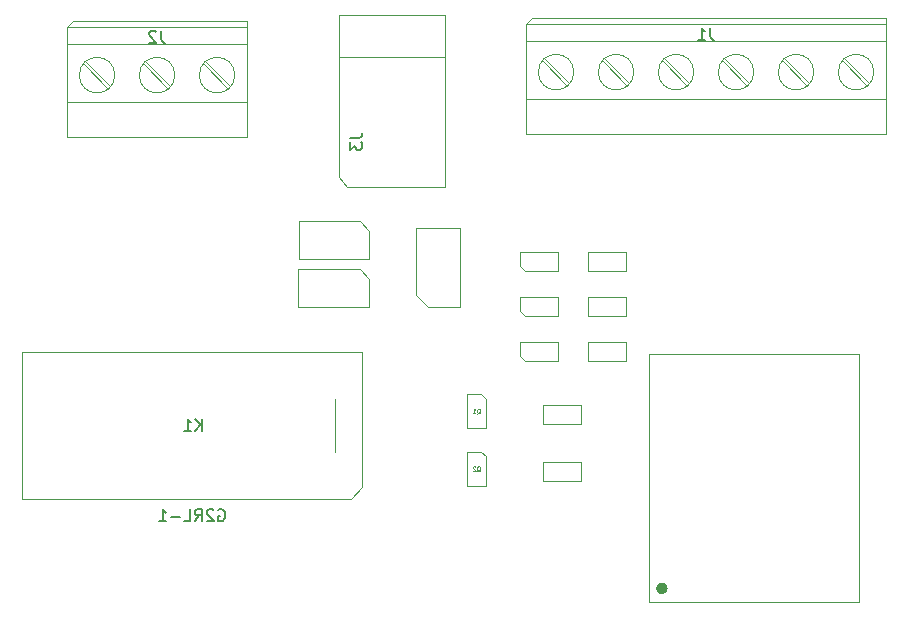
<source format=gbr>
%TF.GenerationSoftware,KiCad,Pcbnew,9.0.2*%
%TF.CreationDate,2025-08-22T21:41:17+02:00*%
%TF.ProjectId,esp32c6-charger,65737033-3263-4362-9d63-686172676572,rev?*%
%TF.SameCoordinates,Original*%
%TF.FileFunction,AssemblyDrawing,Bot*%
%FSLAX45Y45*%
G04 Gerber Fmt 4.5, Leading zero omitted, Abs format (unit mm)*
G04 Created by KiCad (PCBNEW 9.0.2) date 2025-08-22 21:41:17*
%MOMM*%
%LPD*%
G01*
G04 APERTURE LIST*
%ADD10C,0.060000*%
%ADD11C,0.150000*%
%ADD12C,0.100000*%
%ADD13C,0.504000*%
G04 APERTURE END LIST*
D10*
X11802659Y-12391802D02*
X11806469Y-12389897D01*
X11806469Y-12389897D02*
X11810278Y-12386088D01*
X11810278Y-12386088D02*
X11815993Y-12380374D01*
X11815993Y-12380374D02*
X11819802Y-12378469D01*
X11819802Y-12378469D02*
X11823612Y-12378469D01*
X11821707Y-12387993D02*
X11825517Y-12386088D01*
X11825517Y-12386088D02*
X11829326Y-12382278D01*
X11829326Y-12382278D02*
X11831231Y-12374659D01*
X11831231Y-12374659D02*
X11831231Y-12361326D01*
X11831231Y-12361326D02*
X11829326Y-12353707D01*
X11829326Y-12353707D02*
X11825517Y-12349897D01*
X11825517Y-12349897D02*
X11821707Y-12347993D01*
X11821707Y-12347993D02*
X11814088Y-12347993D01*
X11814088Y-12347993D02*
X11810278Y-12349897D01*
X11810278Y-12349897D02*
X11806469Y-12353707D01*
X11806469Y-12353707D02*
X11804564Y-12361326D01*
X11804564Y-12361326D02*
X11804564Y-12374659D01*
X11804564Y-12374659D02*
X11806469Y-12382278D01*
X11806469Y-12382278D02*
X11810278Y-12386088D01*
X11810278Y-12386088D02*
X11814088Y-12387993D01*
X11814088Y-12387993D02*
X11821707Y-12387993D01*
X11766469Y-12387993D02*
X11789326Y-12387993D01*
X11777897Y-12387993D02*
X11777897Y-12347993D01*
X11777897Y-12347993D02*
X11781707Y-12353707D01*
X11781707Y-12353707D02*
X11785517Y-12357516D01*
X11785517Y-12357516D02*
X11789326Y-12359421D01*
D11*
X9613179Y-13205794D02*
X9622702Y-13201032D01*
X9622702Y-13201032D02*
X9636988Y-13201032D01*
X9636988Y-13201032D02*
X9651274Y-13205794D01*
X9651274Y-13205794D02*
X9660798Y-13215318D01*
X9660798Y-13215318D02*
X9665559Y-13224841D01*
X9665559Y-13224841D02*
X9670321Y-13243889D01*
X9670321Y-13243889D02*
X9670321Y-13258175D01*
X9670321Y-13258175D02*
X9665559Y-13277222D01*
X9665559Y-13277222D02*
X9660798Y-13286746D01*
X9660798Y-13286746D02*
X9651274Y-13296270D01*
X9651274Y-13296270D02*
X9636988Y-13301032D01*
X9636988Y-13301032D02*
X9627464Y-13301032D01*
X9627464Y-13301032D02*
X9613179Y-13296270D01*
X9613179Y-13296270D02*
X9608417Y-13291508D01*
X9608417Y-13291508D02*
X9608417Y-13258175D01*
X9608417Y-13258175D02*
X9627464Y-13258175D01*
X9570321Y-13210556D02*
X9565559Y-13205794D01*
X9565559Y-13205794D02*
X9556036Y-13201032D01*
X9556036Y-13201032D02*
X9532226Y-13201032D01*
X9532226Y-13201032D02*
X9522702Y-13205794D01*
X9522702Y-13205794D02*
X9517940Y-13210556D01*
X9517940Y-13210556D02*
X9513179Y-13220079D01*
X9513179Y-13220079D02*
X9513179Y-13229603D01*
X9513179Y-13229603D02*
X9517940Y-13243889D01*
X9517940Y-13243889D02*
X9575083Y-13301032D01*
X9575083Y-13301032D02*
X9513179Y-13301032D01*
X9413179Y-13301032D02*
X9446512Y-13253413D01*
X9470321Y-13301032D02*
X9470321Y-13201032D01*
X9470321Y-13201032D02*
X9432226Y-13201032D01*
X9432226Y-13201032D02*
X9422702Y-13205794D01*
X9422702Y-13205794D02*
X9417940Y-13210556D01*
X9417940Y-13210556D02*
X9413179Y-13220079D01*
X9413179Y-13220079D02*
X9413179Y-13234365D01*
X9413179Y-13234365D02*
X9417940Y-13243889D01*
X9417940Y-13243889D02*
X9422702Y-13248651D01*
X9422702Y-13248651D02*
X9432226Y-13253413D01*
X9432226Y-13253413D02*
X9470321Y-13253413D01*
X9322702Y-13301032D02*
X9370321Y-13301032D01*
X9370321Y-13301032D02*
X9370321Y-13201032D01*
X9289369Y-13262937D02*
X9213179Y-13262937D01*
X9113179Y-13301032D02*
X9170321Y-13301032D01*
X9141750Y-13301032D02*
X9141750Y-13201032D01*
X9141750Y-13201032D02*
X9151274Y-13215318D01*
X9151274Y-13215318D02*
X9160798Y-13224841D01*
X9160798Y-13224841D02*
X9170321Y-13229603D01*
X9475559Y-12536032D02*
X9475559Y-12436032D01*
X9418417Y-12536032D02*
X9461274Y-12478889D01*
X9418417Y-12436032D02*
X9475559Y-12493175D01*
X9323179Y-12536032D02*
X9380321Y-12536032D01*
X9351750Y-12536032D02*
X9351750Y-12436032D01*
X9351750Y-12436032D02*
X9361274Y-12450318D01*
X9361274Y-12450318D02*
X9370798Y-12459841D01*
X9370798Y-12459841D02*
X9380321Y-12464603D01*
X13774733Y-9125082D02*
X13774733Y-9196510D01*
X13774733Y-9196510D02*
X13779495Y-9210796D01*
X13779495Y-9210796D02*
X13789019Y-9220320D01*
X13789019Y-9220320D02*
X13803305Y-9225082D01*
X13803305Y-9225082D02*
X13812828Y-9225082D01*
X13674733Y-9225082D02*
X13731876Y-9225082D01*
X13703305Y-9225082D02*
X13703305Y-9125082D01*
X13703305Y-9125082D02*
X13712828Y-9139368D01*
X13712828Y-9139368D02*
X13722352Y-9148891D01*
X13722352Y-9148891D02*
X13731876Y-9153653D01*
X9126533Y-9150482D02*
X9126533Y-9221910D01*
X9126533Y-9221910D02*
X9131295Y-9236196D01*
X9131295Y-9236196D02*
X9140819Y-9245720D01*
X9140819Y-9245720D02*
X9155105Y-9250482D01*
X9155105Y-9250482D02*
X9164629Y-9250482D01*
X9083676Y-9160006D02*
X9078914Y-9155244D01*
X9078914Y-9155244D02*
X9069390Y-9150482D01*
X9069390Y-9150482D02*
X9045581Y-9150482D01*
X9045581Y-9150482D02*
X9036057Y-9155244D01*
X9036057Y-9155244D02*
X9031295Y-9160006D01*
X9031295Y-9160006D02*
X9026533Y-9169530D01*
X9026533Y-9169530D02*
X9026533Y-9179053D01*
X9026533Y-9179053D02*
X9031295Y-9193339D01*
X9031295Y-9193339D02*
X9088438Y-9250482D01*
X9088438Y-9250482D02*
X9026533Y-9250482D01*
X10730732Y-10055267D02*
X10802160Y-10055267D01*
X10802160Y-10055267D02*
X10816446Y-10050505D01*
X10816446Y-10050505D02*
X10825970Y-10040981D01*
X10825970Y-10040981D02*
X10830732Y-10026695D01*
X10830732Y-10026695D02*
X10830732Y-10017171D01*
X10730732Y-10093362D02*
X10730732Y-10155267D01*
X10730732Y-10155267D02*
X10768827Y-10121933D01*
X10768827Y-10121933D02*
X10768827Y-10136219D01*
X10768827Y-10136219D02*
X10773589Y-10145743D01*
X10773589Y-10145743D02*
X10778351Y-10150505D01*
X10778351Y-10150505D02*
X10787875Y-10155267D01*
X10787875Y-10155267D02*
X10811684Y-10155267D01*
X10811684Y-10155267D02*
X10821208Y-10150505D01*
X10821208Y-10150505D02*
X10825970Y-10145743D01*
X10825970Y-10145743D02*
X10830732Y-10136219D01*
X10830732Y-10136219D02*
X10830732Y-10107648D01*
X10830732Y-10107648D02*
X10825970Y-10098124D01*
X10825970Y-10098124D02*
X10821208Y-10093362D01*
D10*
X11801259Y-12881002D02*
X11805069Y-12879097D01*
X11805069Y-12879097D02*
X11808878Y-12875288D01*
X11808878Y-12875288D02*
X11814593Y-12869574D01*
X11814593Y-12869574D02*
X11818402Y-12867669D01*
X11818402Y-12867669D02*
X11822212Y-12867669D01*
X11820307Y-12877193D02*
X11824117Y-12875288D01*
X11824117Y-12875288D02*
X11827926Y-12871478D01*
X11827926Y-12871478D02*
X11829831Y-12863859D01*
X11829831Y-12863859D02*
X11829831Y-12850526D01*
X11829831Y-12850526D02*
X11827926Y-12842907D01*
X11827926Y-12842907D02*
X11824117Y-12839097D01*
X11824117Y-12839097D02*
X11820307Y-12837193D01*
X11820307Y-12837193D02*
X11812688Y-12837193D01*
X11812688Y-12837193D02*
X11808878Y-12839097D01*
X11808878Y-12839097D02*
X11805069Y-12842907D01*
X11805069Y-12842907D02*
X11803164Y-12850526D01*
X11803164Y-12850526D02*
X11803164Y-12863859D01*
X11803164Y-12863859D02*
X11805069Y-12871478D01*
X11805069Y-12871478D02*
X11808878Y-12875288D01*
X11808878Y-12875288D02*
X11812688Y-12877193D01*
X11812688Y-12877193D02*
X11820307Y-12877193D01*
X11787926Y-12841002D02*
X11786021Y-12839097D01*
X11786021Y-12839097D02*
X11782212Y-12837193D01*
X11782212Y-12837193D02*
X11772688Y-12837193D01*
X11772688Y-12837193D02*
X11768878Y-12839097D01*
X11768878Y-12839097D02*
X11766974Y-12841002D01*
X11766974Y-12841002D02*
X11765069Y-12844812D01*
X11765069Y-12844812D02*
X11765069Y-12848621D01*
X11765069Y-12848621D02*
X11766974Y-12854336D01*
X11766974Y-12854336D02*
X11789831Y-12877193D01*
X11789831Y-12877193D02*
X11765069Y-12877193D01*
%TO.C,U1*%
D12*
X13257800Y-13983600D02*
X15037800Y-13983600D01*
X15037800Y-11886100D01*
X13257800Y-11886100D01*
X13257800Y-13983600D01*
D13*
X13392600Y-13871200D02*
G75*
G02*
X13342200Y-13871200I-25200J0D01*
G01*
X13342200Y-13871200D02*
G75*
G02*
X13392600Y-13871200I25200J0D01*
G01*
D12*
%TO.C,D4*%
X12165250Y-11019800D02*
X12485250Y-11019800D01*
X12165250Y-11139800D02*
X12165250Y-11019800D01*
X12205250Y-11179800D02*
X12165250Y-11139800D01*
X12485250Y-11019800D02*
X12485250Y-11179800D01*
X12485250Y-11179800D02*
X12205250Y-11179800D01*
%TO.C,D2*%
X12165250Y-11400800D02*
X12485250Y-11400800D01*
X12165250Y-11520800D02*
X12165250Y-11400800D01*
X12205250Y-11560800D02*
X12165250Y-11520800D01*
X12485250Y-11400800D02*
X12485250Y-11560800D01*
X12485250Y-11560800D02*
X12205250Y-11560800D01*
%TO.C,R3*%
X12743200Y-11781800D02*
X12743200Y-11941800D01*
X12743200Y-11941800D02*
X13063200Y-11941800D01*
X13063200Y-11781800D02*
X12743200Y-11781800D01*
X13063200Y-11941800D02*
X13063200Y-11781800D01*
%TO.C,D3*%
X12165250Y-11781800D02*
X12485250Y-11781800D01*
X12165250Y-11901800D02*
X12165250Y-11781800D01*
X12205250Y-11941800D02*
X12165250Y-11901800D01*
X12485250Y-11781800D02*
X12485250Y-11941800D01*
X12485250Y-11941800D02*
X12205250Y-11941800D01*
%TO.C,Q1*%
X11718850Y-12224800D02*
X11718850Y-12514800D01*
X11718850Y-12514800D02*
X11878850Y-12514800D01*
X11838850Y-12224800D02*
X11718850Y-12224800D01*
X11878850Y-12264800D02*
X11838850Y-12224800D01*
X11878850Y-12514800D02*
X11878850Y-12264800D01*
%TO.C,C1*%
X10291800Y-10762000D02*
X10811800Y-10762000D01*
X10291800Y-11082000D02*
X10291800Y-10762000D01*
X10811800Y-10762000D02*
X10891800Y-10842000D01*
X10891800Y-10842000D02*
X10891800Y-11082000D01*
X10891800Y-11082000D02*
X10291800Y-11082000D01*
%TO.C,R2*%
X12359600Y-12797800D02*
X12359600Y-12957800D01*
X12359600Y-12957800D02*
X12679600Y-12957800D01*
X12679600Y-12797800D02*
X12359600Y-12797800D01*
X12679600Y-12957800D02*
X12679600Y-12797800D01*
%TO.C,R1*%
X12362200Y-12315200D02*
X12362200Y-12475200D01*
X12362200Y-12475200D02*
X12682200Y-12475200D01*
X12682200Y-12315200D02*
X12362200Y-12315200D01*
X12682200Y-12475200D02*
X12682200Y-12315200D01*
%TO.C,U2*%
X11285600Y-10815600D02*
X11655600Y-10815600D01*
X11285600Y-11385600D02*
X11285600Y-10815600D01*
X11285600Y-11385600D02*
X11385600Y-11485600D01*
X11385600Y-11485600D02*
X11655600Y-11485600D01*
X11655600Y-11485600D02*
X11655600Y-10815600D01*
%TO.C,R4*%
X12743200Y-11400800D02*
X12743200Y-11560800D01*
X12743200Y-11560800D02*
X13063200Y-11560800D01*
X13063200Y-11400800D02*
X12743200Y-11400800D01*
X13063200Y-11560800D02*
X13063200Y-11400800D01*
%TO.C,K1*%
X7951750Y-11865550D02*
X10831750Y-11865550D01*
X7951750Y-13115550D02*
X7951750Y-11865550D01*
X10601750Y-12715550D02*
X10601750Y-12265550D01*
X10731750Y-13115550D02*
X7951750Y-13115550D01*
X10831750Y-11865550D02*
X10831750Y-13015550D01*
X10831750Y-13015550D02*
X10731750Y-13115550D01*
%TO.C,R5*%
X12743200Y-11019800D02*
X12743200Y-11179800D01*
X12743200Y-11179800D02*
X13063200Y-11179800D01*
X13063200Y-11019800D02*
X12743200Y-11019800D01*
X13063200Y-11179800D02*
X13063200Y-11019800D01*
%TO.C,J1*%
X12217400Y-9089600D02*
X12217400Y-10019600D01*
X12217400Y-9089600D02*
X15265400Y-9089600D01*
X12217400Y-9239600D02*
X15265400Y-9239600D01*
X12217400Y-9729600D02*
X15265400Y-9729600D01*
X12217400Y-10019600D02*
X15265400Y-10019600D01*
X12267400Y-9039600D02*
X12217400Y-9089600D01*
X12566900Y-9613400D02*
X12357600Y-9404100D01*
X12585200Y-9595100D02*
X12375900Y-9385800D01*
X13074900Y-9613400D02*
X12865600Y-9404100D01*
X13093200Y-9595100D02*
X12883900Y-9385800D01*
X13582900Y-9613400D02*
X13373600Y-9404100D01*
X13601200Y-9595100D02*
X13391900Y-9385800D01*
X14090900Y-9613400D02*
X13881600Y-9404100D01*
X14109200Y-9595100D02*
X13899900Y-9385800D01*
X14598900Y-9613400D02*
X14389600Y-9404100D01*
X14617200Y-9595100D02*
X14407900Y-9385800D01*
X15106900Y-9613400D02*
X14897600Y-9404100D01*
X15125200Y-9595100D02*
X14915900Y-9385800D01*
X15265400Y-9039600D02*
X12267400Y-9039600D01*
X15265400Y-10019600D02*
X15265400Y-9039600D01*
X12621400Y-9499600D02*
G75*
G02*
X12321400Y-9499600I-150000J0D01*
G01*
X12321400Y-9499600D02*
G75*
G02*
X12621400Y-9499600I150000J0D01*
G01*
X13129400Y-9499600D02*
G75*
G02*
X12829400Y-9499600I-150000J0D01*
G01*
X12829400Y-9499600D02*
G75*
G02*
X13129400Y-9499600I150000J0D01*
G01*
X13637400Y-9499600D02*
G75*
G02*
X13337400Y-9499600I-150000J0D01*
G01*
X13337400Y-9499600D02*
G75*
G02*
X13637400Y-9499600I150000J0D01*
G01*
X14145400Y-9499600D02*
G75*
G02*
X13845400Y-9499600I-150000J0D01*
G01*
X13845400Y-9499600D02*
G75*
G02*
X14145400Y-9499600I150000J0D01*
G01*
X14653400Y-9499600D02*
G75*
G02*
X14353400Y-9499600I-150000J0D01*
G01*
X14353400Y-9499600D02*
G75*
G02*
X14653400Y-9499600I150000J0D01*
G01*
X15161400Y-9499600D02*
G75*
G02*
X14861400Y-9499600I-150000J0D01*
G01*
X14861400Y-9499600D02*
G75*
G02*
X15161400Y-9499600I150000J0D01*
G01*
%TO.C,J2*%
X8331200Y-9115000D02*
X8331200Y-10045000D01*
X8331200Y-9115000D02*
X9855200Y-9115000D01*
X8331200Y-9265000D02*
X9855200Y-9265000D01*
X8331200Y-9755000D02*
X9855200Y-9755000D01*
X8331200Y-10045000D02*
X9855200Y-10045000D01*
X8381200Y-9065000D02*
X8331200Y-9115000D01*
X8680700Y-9638800D02*
X8471400Y-9429500D01*
X8699000Y-9620500D02*
X8489700Y-9411200D01*
X9188700Y-9638800D02*
X8979400Y-9429500D01*
X9207000Y-9620500D02*
X8997700Y-9411200D01*
X9696700Y-9638800D02*
X9487400Y-9429500D01*
X9715000Y-9620500D02*
X9505700Y-9411200D01*
X9855200Y-9065000D02*
X8381200Y-9065000D01*
X9855200Y-10045000D02*
X9855200Y-9065000D01*
X8735200Y-9525000D02*
G75*
G02*
X8435200Y-9525000I-150000J0D01*
G01*
X8435200Y-9525000D02*
G75*
G02*
X8735200Y-9525000I150000J0D01*
G01*
X9243200Y-9525000D02*
G75*
G02*
X8943200Y-9525000I-150000J0D01*
G01*
X8943200Y-9525000D02*
G75*
G02*
X9243200Y-9525000I150000J0D01*
G01*
X9751200Y-9525000D02*
G75*
G02*
X9451200Y-9525000I-150000J0D01*
G01*
X9451200Y-9525000D02*
G75*
G02*
X9751200Y-9525000I150000J0D01*
G01*
%TO.C,C2*%
X10289300Y-11168400D02*
X10809300Y-11168400D01*
X10289300Y-11488400D02*
X10289300Y-11168400D01*
X10809300Y-11168400D02*
X10889300Y-11248400D01*
X10889300Y-11248400D02*
X10889300Y-11488400D01*
X10889300Y-11488400D02*
X10289300Y-11488400D01*
%TO.C,J3*%
X10629708Y-10388279D02*
X10705250Y-10468600D01*
X10630250Y-9018600D02*
X11530250Y-9018600D01*
X10630250Y-9368600D02*
X11530250Y-9368600D01*
X10630250Y-10388600D02*
X10630250Y-9018600D01*
X11530250Y-9018600D02*
X11530250Y-10468600D01*
X11530250Y-10468600D02*
X10705250Y-10468600D01*
%TO.C,Q2*%
X11717450Y-12714000D02*
X11717450Y-13004000D01*
X11717450Y-13004000D02*
X11877450Y-13004000D01*
X11837450Y-12714000D02*
X11717450Y-12714000D01*
X11877450Y-12754000D02*
X11837450Y-12714000D01*
X11877450Y-13004000D02*
X11877450Y-12754000D01*
%TD*%
M02*

</source>
